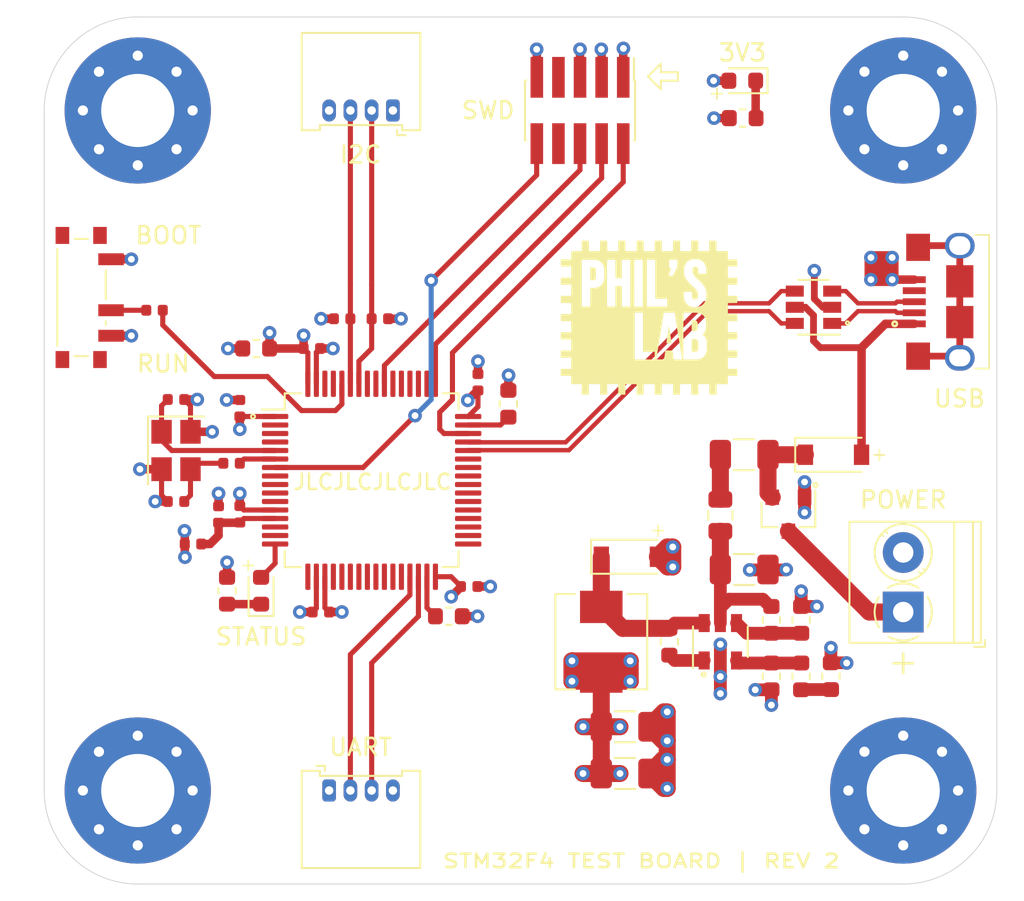
<source format=kicad_pcb>
(kicad_pcb (version 20211014) (generator pcbnew)
  (layers (0 "F.Cu" signal) (1 "In1.Cu" power) (2 "In2.Cu" power) (31 "B.Cu" signal) (34 "B.Paste" user) (35 "F.Paste" user) (36 "B.SilkS" user "B.Silkscreen") (37 "F.SilkS" user "F.Silkscreen") (38 "B.Mask" user) (39 "F.Mask" user) (44 "Edge.Cuts" user))
  (net 0 "")
  (net 1 "BUCK_IN")
  (net 2 "GND")
  (net 3 "+3V3")
  (net 4 "BUCK_SW")
  (net 5 "BUCK_BST")
  (net 6 "+3.3VA")
  (net 7 "Net-(C13-Pad1)")
  (net 8 "Net-(C14-Pad1)")
  (net 9 "HSE_IN")
  (net 10 "Net-(C16-Pad1)")
  (net 11 "+5V")
  (net 12 "Net-(D1-Pad1)")
  (net 13 "Net-(D3-Pad1)")
  (net 14 "Net-(D4-Pad1)")
  (net 15 "LED_STATUS")
  (net 16 "Net-(F1-Pad1)")
  (net 17 "+12V")
  (net 18 "SWDIO")
  (net 19 "SWCLK")
  (net 20 "SWO")
  (net 21 "Net-(J2-Pad7)")
  (net 22 "Net-(J2-Pad8)")
  (net 23 "NRST")
  (net 24 "I2C1_SDA")
  (net 25 "I2C1_SCL")
  (net 26 "USART3_TX")
  (net 27 "USART3_RX")
  (net 28 "USB_CONN_D-")
  (net 29 "USB_CONN_D+")
  (net 30 "Net-(J5-Pad4)")
  (net 31 "Net-(J5-Pad6)")
  (net 32 "BUCK_EN")
  (net 33 "BUCK_FB")
  (net 34 "Net-(R4-Pad2)")
  (net 35 "BOOT0")
  (net 36 "Net-(R7-Pad1)")
  (net 37 "HSE_OUT")
  (net 38 "Net-(U2-Pad2)")
  (net 39 "Net-(U2-Pad3)")
  (net 40 "Net-(U2-Pad4)")
  (net 41 "Net-(U2-Pad8)")
  (net 42 "Net-(U2-Pad9)")
  (net 43 "Net-(U2-Pad10)")
  (net 44 "Net-(U2-Pad11)")
  (net 45 "Net-(U2-Pad14)")
  (net 46 "Net-(U2-Pad15)")
  (net 47 "Net-(U2-Pad17)")
  (net 48 "Net-(U2-Pad20)")
  (net 49 "Net-(U2-Pad21)")
  (net 50 "Net-(U2-Pad22)")
  (net 51 "Net-(U2-Pad23)")
  (net 52 "Net-(U2-Pad24)")
  (net 53 "Net-(U2-Pad25)")
  (net 54 "Net-(U2-Pad26)")
  (net 55 "Net-(U2-Pad27)")
  (net 56 "Net-(U2-Pad28)")
  (net 57 "Net-(U2-Pad33)")
  (net 58 "Net-(U2-Pad34)")
  (net 59 "Net-(U2-Pad35)")
  (net 60 "Net-(U2-Pad36)")
  (net 61 "Net-(U2-Pad37)")
  (net 62 "Net-(U2-Pad38)")
  (net 63 "Net-(U2-Pad39)")
  (net 64 "Net-(U2-Pad40)")
  (net 65 "Net-(U2-Pad41)")
  (net 66 "Net-(U2-Pad42)")
  (net 67 "Net-(U2-Pad43)")
  (net 68 "USB_D-")
  (net 69 "USB_D+")
  (net 70 "Net-(U2-Pad50)")
  (net 71 "Net-(U2-Pad51)")
  (net 72 "Net-(U2-Pad52)")
  (net 73 "Net-(U2-Pad53)")
  (net 74 "Net-(U2-Pad54)")
  (net 75 "Net-(U2-Pad56)")
  (net 76 "Net-(U2-Pad57)")
  (net 77 "Net-(U2-Pad61)")
  (net 78 "Net-(U2-Pad62)")
  (footprint "Capacitor_SMD:C_1206_3216Metric" (layer "F.Cu") (at 71.9 68)
    (fp_text reference "C1")
    (fp_text value "10u")
  )
  (footprint "Capacitor_SMD:C_1206_3216Metric" (layer "F.Cu") (at 64.9 77.25)
    (fp_text reference "C2")
    (fp_text value "10u")
  )
  (footprint "Capacitor_SMD:C_1206_3216Metric" (layer "F.Cu") (at 64.9 80)
    (fp_text reference "C3")
    (fp_text value "10u")
  )
  (footprint "Capacitor_SMD:C_0603_1608Metric" (layer "F.Cu") (at 67.5 72.25 -90)
    (fp_text reference "C4")
    (fp_text value "10n")
  )
  (footprint "Capacitor_SMD:C_0603_1608Metric" (layer "F.Cu") (at 43.2125 55 180)
    (fp_text reference "C5")
    (fp_text value "4u7")
  )
  (footprint "Capacitor_SMD:C_0402_1005Metric" (layer "F.Cu") (at 42.25 58.515 90)
    (fp_text reference "C6")
    (fp_text value "100n")
  )
  (footprint "Capacitor_SMD:C_0402_1005Metric" (layer "F.Cu") (at 47.015 70.5 180)
    (fp_text reference "C7")
    (fp_text value "100n")
  )
  (footprint "Capacitor_SMD:C_0402_1005Metric" (layer "F.Cu") (at 55.735 69)
    (fp_text reference "C8")
    (fp_text value "100n")
  )
  (footprint "Capacitor_SMD:C_0402_1005Metric" (layer "F.Cu") (at 56.25 56.985 90)
    (fp_text reference "C9")
    (fp_text value "100n")
  )
  (footprint "Capacitor_SMD:C_0402_1005Metric" (layer "F.Cu") (at 46.485 55)
    (fp_text reference "C10")
    (fp_text value "100n")
  )
  (footprint "Capacitor_SMD:C_0402_1005Metric" (layer "F.Cu") (at 41 64.765 90)
    (fp_text reference "C11")
    (fp_text value "1u")
  )
  (footprint "Capacitor_SMD:C_0402_1005Metric" (layer "F.Cu") (at 42.25 64.75 90)
    (fp_text reference "C12")
    (fp_text value "10n")
  )
  (footprint "Capacitor_SMD:C_0603_1608Metric" (layer "F.Cu") (at 54.5375 70.75)
    (fp_text reference "C13")
    (fp_text value "2u2")
  )
  (footprint "Capacitor_SMD:C_0603_1608Metric" (layer "F.Cu") (at 58.0375 58.25 90)
    (fp_text reference "C14")
    (fp_text value "2u2")
  )
  (footprint "Capacitor_SMD:C_0402_1005Metric" (layer "F.Cu") (at 38.5 58)
    (fp_text reference "C15")
    (fp_text value "12p")
  )
  (footprint "Capacitor_SMD:C_0402_1005Metric" (layer "F.Cu") (at 38.5 64 180)
    (fp_text reference "C16")
    (fp_text value "12p")
  )
  (footprint "Diode_SMD:D_SOD-123" (layer "F.Cu") (at 77.15 61.25)
    (fp_text reference "D1")
    (fp_text value "B5819W")
  )
  (footprint "Diode_SMD:D_SOD-123" (layer "F.Cu") (at 65.15 67.25)
    (fp_text reference "D2")
    (fp_text value "B5819W")
  )
  (footprint "LED_SMD:LED_0603_1608Metric" (layer "F.Cu") (at 71.7875 39.25 180)
    (fp_text reference "D3")
    (fp_text value "RED")
  )
  (footprint "LED_SMD:LED_0603_1608Metric" (layer "F.Cu") (at 43.5 69.25 90)
    (fp_text reference "D4")
    (fp_text value "BLUE")
  )
  (footprint "Fuse:Fuse_1206_3216Metric" (layer "F.Cu") (at 71.9 61.25)
    (fp_text reference "F1")
    (fp_text value "250mA")
  )
  (footprint "Inductor_SMD:L_0805_2012Metric" (layer "F.Cu") (at 70.5 64.8125 90)
    (fp_text reference "FB1")
    (fp_text value "600 @ 600MHz")
  )
  (footprint "MountingHole:MountingHole_4.3mm_M4_Pad_Via" (layer "F.Cu") (at 81.25 41)
    (fp_text reference "H1")
    (fp_text value "MountingHole_Pad")
  )
  (footprint "MountingHole:MountingHole_4.3mm_M4_Pad_Via" (layer "F.Cu") (at 36.25 81)
    (fp_text reference "H3")
    (fp_text value "MountingHole_Pad")
  )
  (footprint "MountingHole:MountingHole_4.3mm_M4_Pad_Via" (layer "F.Cu") (at 36.25 41)
    (fp_text reference "H4")
    (fp_text value "MountingHole_Pad")
  )
  (footprint "TerminalBlock_Phoenix:TerminalBlock_Phoenix_PT-1,5-2-3.5-H_1x02_P3.50mm_Horizontal" (layer "F.Cu") (at 81.25 70.5 90)
    (fp_text reference "J1")
    (fp_text value "Screw_Terminal_01x02")
  )
  (footprint "Connector_PinHeader_1.27mm:PinHeader_2x05_P1.27mm_Vertical_SMD" (layer "F.Cu") (at 62.25 41 -90)
    (fp_text reference "J2")
    (fp_text value "SWD")
  )
  (footprint "Connector_Molex:Molex_PicoBlade_53048-0410_1x04_P1.25mm_Horizontal" (layer "F.Cu") (at 51.25 41 180)
    (fp_text reference "J3")
    (fp_text value "Conn_01x04")
  )
  (footprint "Connector_Molex:Molex_PicoBlade_53048-0410_1x04_P1.25mm_Horizontal" (layer "F.Cu") (at 47.5 81)
    (fp_text reference "J4")
    (fp_text value "Conn_01x04")
  )
  (footprint "SchmillipKiCADLibrary:USB_MICRO_B_101181930001LF" (layer "F.Cu") (at 84.5 52.25 90)
    (fp_text reference "J5")
    (fp_text value "USB_B_Micro" hide)
  )
  (footprint "Inductor_SMD:L_Sunlord_MWSA0518_5.4x5.2mm" (layer "F.Cu") (at 63.5 72.25 -90)
    (fp_text reference "L1")
    (fp_text value "10u")
  )
  (footprint "Inductor_SMD:L_0402_1005Metric" (layer "F.Cu") (at 39.5 66.5)
    (fp_text reference "L2")
    (fp_text value "39n")
  )
  (footprint "Package_TO_SOT_SMD:SOT-23" (layer "F.Cu") (at 74.5 64.75 -90)
    (fp_text reference "Q1")
    (fp_text value "AO3401A")
  )
  (footprint "Resistor_SMD:R_0603_1608Metric" (layer "F.Cu") (at 73.5 70.9625 -90)
    (fp_text reference "R1")
    (fp_text value "100k")
  )
  (footprint "Resistor_SMD:R_0603_1608Metric" (layer "F.Cu") (at 75.25 70.9625 90)
    (fp_text reference "R2")
    (fp_text value "68k")
  )
  (footprint "Resistor_SMD:R_0603_1608Metric" (layer "F.Cu") (at 73.5 74.2875 90)
    (fp_text reference "R3")
    (fp_text value "47k")
  )
  (footprint "Resistor_SMD:R_0603_1608Metric" (layer "F.Cu") (at 75.25 74.2875 -90)
    (fp_text reference "R4")
    (fp_text value "15k")
  )
  (footprint "Resistor_SMD:R_0603_1608Metric" (layer "F.Cu") (at 77 74.275 90)
    (fp_text reference "R5")
    (fp_text value "270")
  )
  (footprint "Resistor_SMD:R_0603_1608Metric" (layer "F.Cu") (at 71.8125 41.45)
    (fp_text reference "R6")
    (fp_text value "1k")
  )
  (footprint "Resistor_SMD:R_0402_1005Metric" (layer "F.Cu") (at 37.235 52.75)
    (fp_text reference "R7")
    (fp_text value "10k")
  )
  (footprint "Resistor_SMD:R_0402_1005Metric" (layer "F.Cu") (at 41.765 61.75 180)
    (fp_text reference "R8")
    (fp_text value "47")
  )
  (footprint "Resistor_SMD:R_0603_1608Metric" (layer "F.Cu") (at 41.5 69.25 -90)
    (fp_text reference "R9")
    (fp_text value "1k5")
  )
  (footprint "Resistor_SMD:R_0402_1005Metric" (layer "F.Cu") (at 50.485 53.25 180)
    (fp_text reference "R10")
    (fp_text value "2k2")
  )
  (footprint "Resistor_SMD:R_0402_1005Metric" (layer "F.Cu") (at 48.265 53.25)
    (fp_text reference "R11")
    (fp_text value "2k2")
  )
  (footprint "Button_Switch_SMD:SW_SPDT_PCM12" (layer "F.Cu") (at 33.25 52 -90)
    (fp_text reference "SW1")
    (fp_text value "SW_SPDT")
  )
  (footprint "Package_TO_SOT_SMD:SOT-23-6" (layer "F.Cu") (at 70.5 72.25 90)
    (fp_text reference "U1")
    (fp_text value "MP2359DJ-LF-Z")
  )
  (footprint "Package_QFP:LQFP-64_10x10mm_P0.5mm" (layer "F.Cu") (at 50 62.75)
    (fp_text reference "U2")
    (fp_text value "STM32F405RGT6")
  )
  (footprint "Package_TO_SOT_SMD:SOT-23-6" (layer "F.Cu") (at 75.975 52.575 180)
    (fp_text reference "U3")
    (fp_text value "USBLC6-2SC6")
  )
  (footprint "Crystal:Crystal_SMD_3225-4Pin_3.2x2.5mm" (layer "F.Cu") (at 38.5 61 -90)
    (fp_text reference "Y1")
    (fp_text value "16MHz")
  )
  (footprint "MountingHole:MountingHole_4.3mm_M4_Pad_Via" (layer "F.Cu") (at 81.25 81)
    (fp_text reference "H2")
    (fp_text value "MountingHole_Pad")
  )
  (footprint "SchmillipKiCADLibrary:Silk_PhilsLabIC" (layer "F.Cu") (at 66.4 53.15)
    (fp_text reference "G***" hide)
    (fp_text value "LOGO" hide)
  )
  (footprint "SchmillipKiCADLibrary:JLCPCB_MountingHole_1.152mm" (layer "F.Cu") (at 42.5 41)
    (fp_text reference "REF**")
    (fp_text value "MountingHole_1.152mm")
  )
  (footprint "SchmillipKiCADLibrary:JLCPCB_MountingHole_1.152mm" (layer "F.Cu") (at 75.25 41)
    (fp_text reference "REF**")
    (fp_text value "MountingHole_1.152mm")
  )
  (footprint "SchmillipKiCADLibrary:JLCPCB_MountingHole_1.152mm" (layer "F.Cu") (at 75.25 81)
    (fp_text reference "REF**")
    (fp_text value "MountingHole_1.152mm")
  )
  (gr_line (start 68 39.25) (end 67 39.25) (layer "F.SilkS") (width 0.12))
  (gr_line (start 67 38.75) (end 68 38.75) (layer "F.SilkS") (width 0.12))
  (gr_line (start 67 39.25) (end 67 39.75) (layer "F.SilkS") (width 0.12))
  (gr_line (start 67 39.75) (end 66.25 39) (layer "F.SilkS") (width 0.12))
  (gr_line (start 67 38.25) (end 67 38.75) (layer "F.SilkS") (width 0.12))
  (gr_line (start 66.25 39) (end 67 38.25) (layer "F.SilkS") (width 0.12))
  (gr_line (start 68 38.75) (end 68 39.25) (layer "F.SilkS") (width 0.12))
  (gr_circle (center 77.975 53.5) (end 78 53.525) (layer "F.SilkS") (width 0.12) (fill none))
  (gr_circle (center 69.525 74.175) (end 69.55 74.225) (layer "F.SilkS") (width 0.12) (fill none))
  (gr_circle (center 43.025 59) (end 43.05 59.05) (layer "F.SilkS") (width 0.12) (fill none))
  (gr_circle (center 76.1 63.025) (end 76.125 63.075) (layer "F.SilkS") (width 0.12) (fill none))
  (gr_arc (start 86.75 81) (mid 85.139087 84.889087) (end 81.25 86.5) (layer "Edge.Cuts") (width 0.05))
  (gr_arc (start 30.75 41) (mid 32.360913 37.110913) (end 36.25 35.5) (layer "Edge.Cuts") (width 0.05))
  (gr_line (start 86.75 41) (end 86.75 81) (layer "Edge.Cuts") (width 0.05))
  (gr_line (start 81.25 86.5) (end 36.25 86.5) (layer "Edge.Cuts") (width 0.05))
  (gr_arc (start 36.25 86.5) (mid 32.360913 84.889087) (end 30.75 81) (layer "Edge.Cuts") (width 0.05))
  (gr_arc (start 81.25 35.5) (mid 85.139087 37.110913) (end 86.75 41) (layer "Edge.Cuts") (width 0.05))
  (gr_line (start 30.75 81) (end 30.75 41) (layer "Edge.Cuts") (width 0.05))
  (gr_line (start 36.25 35.5) (end 81.25 35.5) (layer "Edge.Cuts") (width 0.05))
  (gr_text "UART" (at 49.35 78.45) (layer "F.SilkS") (effects (font (size 1 1))))
  (gr_text "USB" (at 84.55 57.95) (layer "F.SilkS") (effects (font (size 1 1))))
  (gr_text "POWER" (at 81.25 63.9) (layer "F.SilkS") (effects (font (size 1 1))))
  (gr_text "BOOT" (at 38.05 48.35) (layer "F.SilkS") (effects (font (size 1 1))))
  (gr_text "SWD" (at 56.85 41) (layer "F.SilkS") (effects (font (size 1 1))))
  (gr_text "3V3" (at 71.8 37.6) (layer "F.SilkS") (effects (font (size 1 1))))
  (gr_text "STATUS" (at 43.5 71.95) (layer "F.SilkS") (effects (font (size 1 1))))
  (gr_text "+" (at 66.85 65.65) (layer "F.SilkS") (effects (font (size 0.8 0.8) (thickness 0.1))))
  (gr_text "+" (at 81.25 73.4) (layer "F.SilkS") (effects (font (size 1.5 1.5))))
  (gr_text "+" (at 42.75 67.7) (layer "F.SilkS") (effects (font (size 0.8 0.8) (thickness 0.1))))
  (gr_text "+" (at 70.3 39.95) (layer "F.SilkS") (effects (font (size 0.8 0.8) (thickness 0.1))))
  (gr_text "RUN" (at 37.75 55.9) (layer "F.SilkS") (effects (font (size 1 1))))
  (gr_text "STM32F4 TEST BOARD | REV 2" (at 65.85 85.15) (layer "F.SilkS") (effects (font (size 0.8 1))))
  (gr_text "+" (at 79.85 61.2) (layer "F.SilkS") (effects (font (size 0.8 0.8) (thickness 0.1))))
  (gr_text "JLCJLCJLCJLC" (at 50.05 62.85) (layer "F.SilkS") (effects (font (size 0.9 0.9))))
  (gr_text "I2C" (at 49.35 43.6) (layer "F.SilkS") (effects (font (size 1 1))))
  (segment (start 73.425 70.175) (end 73 69.75) (width 0.75) (layer "F.Cu") (net 1))
  (segment (start 73.5 70.175) (end 73.425 70.175) (width 0.75) (layer "F.Cu") (net 1))
  (segment (start 70.5 70.25) (end 70.5 68) (width 0.75) (layer "F.Cu") (net 1))
  (segment (start 71 69.75) (end 70.5 70.25) (width 0.75) (layer "F.Cu") (net 1))
  (segment (start 70.5 65.75) (end 70.5 68) (width 1) (layer "F.Cu") (net 1))
  (segment (start 73 69.75) (end 71 69.75) (width 0.75) (layer "F.Cu") (net 1))
  (segment (start 70.5 71.15) (end 70.5 70.25) (width 0.75) (layer "F.Cu") (net 1))
  (segment (start 67.175 76.375) (end 66.3 77.25) (width 1) (layer "F.Cu") (net 2))
  (segment (start 62.25 39.05) (end 62.25 37.4) (width 0.5) (layer "F.Cu") (net 2))
  (segment (start 37.65 62.1) (end 37.65 63.635) (width 0.3) (layer "F.Cu") (net 2))
  (segment (start 75.45 62.85) (end 75.45 64.65) (width 0.75) (layer "F.Cu") (net 2))
  (segment (start 67.375 78.075) (end 67.125 78.075) (width 1) (layer "F.Cu") (net 2))
  (segment (start 42.25 58.03) (end 41.48 58.03) (width 0.5) (layer "F.Cu") (net 2))
  (segment (start 81.9 50.95) (end 80.6 50.95) (width 0.5) (layer "F.Cu") (net 2))
  (segment (start 46.75 68.425) (end 46.75 70.28) (width 0.3) (layer "F.Cu") (net 2))
  (segment (start 39.35 59.9) (end 39.35 58.365) (width 0.3) (layer "F.Cu") (net 2))
  (segment (start 67.375 79.175) (end 67.375 80.875) (width 1) (layer "F.Cu") (net 2))
  (segment (start 67.7 66.675) (end 67.375 66.675) (width 1) (layer "F.Cu") (net 2))
  (segment (start 67.7 67.85) (end 67.4 67.85) (width 1) (layer "F.Cu") (net 2))
  (segment (start 44.325 64.5) (end 42.485 64.5) (width 0.3) (layer "F.Cu") (net 2))
  (segment (start 41.5 68.4625) (end 41.5 67.575) (width 0.5) (layer "F.Cu") (net 2))
  (segment (start 63.52 39.05) (end 63.52 37.42) (width 0.5) (layer "F.Cu") (net 2))
  (segment (start 77.9125 73.4875) (end 77.925 73.5) (width 0.75) (layer "F.Cu") (net 2))
  (segment (start 72.225 68.025) (end 74.35 68.025) (width 0.75) (layer "F.Cu") (net 2))
  (segment (start 70.5 72.4) (end 70.5 75.3) (width 0.75) (layer "F.Cu") (net 2))
  (segment (start 42.425 55) (end 41.55 55) (width 0.5) (layer "F.Cu") (net 2))
  (segment (start 71.025 41.45) (end 70.125 41.45) (width 0.5) (layer "F.Cu") (net 2))
  (segment (start 63.52 37.42) (end 63.5 37.4) (width 0.5) (layer "F.Cu") (net 2))
  (segment (start 56.25 56.5) (end 56.25 55.75) (width 0.5) (layer "F.Cu") (net 2))
  (segment (start 76.025 52.075) (end 76.025 50.425) (width 0.4) (layer "F.Cu") (net 2))
  (segment (start 67.375 76.375) (end 67.175 76.375) (width 1) (layer "F.Cu") (net 2))
  (segment (start 79.35 50.9) (end 80.6 49.65) (width 0.75) (layer "F.Cu") (net 2))
  (segment (start 59.71 37.41) (end 59.7 37.4) (width 0.5) (layer "F.Cu") (net 2))
  (segment (start 58.0375 56.5875) (end 58.05 56.575) (width 0.5) (layer "F.Cu") (net 2))
  (segment (start 74.35 68.025) (end 74.375 68) (width 0.75) (layer "F.Cu") (net 2))
  (segment (start 46.75 70.28) (end 46.53 70.5) (width 0.3) (layer "F.Cu") (net 2))
  (segment (start 46.53 70.5) (end 45.775 70.5) (width 0.5) (layer "F.Cu") (net 2))
  (segment (start 67.375 78.075) (end 67.375 79.175) (width 1) (layer "F.Cu") (net 2))
  (segment (start 59.71 39.05) (end 59.71 37.41) (width 0.5) (layer "F.Cu") (net 2))
  (segment (start 67.175 80.875) (end 66.3 80) (width 1) (layer "F.Cu") (net 2))
  (segment (start 67.375 76.375) (end 67.375 78.075) (width 1) (layer "F.Cu") (net 2))
  (segment (start 77.075 52.575) (end 76.525 52.575) (width 0.4) (layer "F.Cu") (net 2))
  (segment (start 67.7 66.675) (end 67.7 67.85) (width 1) (layer "F.Cu") (net 2))
  (segment (start 67.375 66.675) (end 66.8 67.25) (width 1) (layer "F.Cu") (net 2))
  (segment (start 80.6 49.65) (end 80.6 50.95) (width 0.75) (layer "F.Cu") (net 2))
  (segment (start 42.485 64.5) (end 42.25 64.265) (width 0.3) (layer "F.Cu") (net 2))
  (segment (start 79.35 49.65) (end 79.35 50.95) (width 0.75) (layer "F.Cu") (net 2))
  (segment (start 80.6 50.95) (end 79.35 50.95) (width 0.75) (layer "F.Cu") (net 2))
  (segment (start 39.35 58.365) (end 38.985 58) (width 0.3) (layer "F.Cu") (net 2))
  (segment (start 67.125 78.075) (end 66.3 77.25) (width 1) (layer "F.Cu") (net 2))
  (segment (start 40.625 59.9) (end 39.35 59.9) (width 0.5) (layer "F.Cu") (net 2))
  (segment (start 67.375 79.175) (end 67.125 79.175) (width 1) (layer "F.Cu") (net 2))
  (segment (start 77 73.4875) (end 77 72.6) (width 0.75) (layer "F.Cu") (net 2))
  (segment (start 38.015 64) (end 37.275 64) (width 0.5) (layer "F.Cu") (net 2))
  (segment (start 46.97 55) (end 47.725 55) (width 0.5) (layer "F.Cu") (net 2))
  (segment (start 37.65 63.635) (end 38.015 64) (width 0.3) (layer "F.Cu") (net 2))
  (segment (start 41.48 58.03) (end 41.475 58.025) (width 0.5) (layer "F.Cu") (net 2))
  (segment (start 55.325 70.75) (end 56.225 70.75) (width 0.5) (layer "F.Cu") (net 2))
  (segment (start 46.75 55.22) (end 46.97 55) (width 0.3) (layer "F.Cu") (net 2))
  (segment (start 75.25 70.175) (end 76.175 70.175) (width 0.75) (layer "F.Cu") (net 2))
  (segment (start 37.65 62.1) (end 36.375 62.1) (width 0.5) (layer "F.Cu") (net 2))
  (segment (start 56.22 69) (end 56.975 69) (width 0.5) (layer "F.Cu") (net 2))
  (segment (start 75.25 70.175) (end 75.25 69.275) (width 0.75) (layer "F.Cu") (net 2))
  (segment (start 41 64.28) (end 41 63.525) (width 0.5) (layer "F.Cu") (net 2))
  (segment (start 67.375 80.875) (end 67.175 80.875) (width 1) (layer "F.Cu") (net 2))
  (segment (start 77 73.4875) (end 77.9125 73.4875) (width 0.75) (layer "F.Cu") (net 2))
  (segment (start 79.35 50.95) (end 79.35 50.9) (width 0.75) (layer "F.Cu") (net 2))
  (segment (start 46.75 57.075) (end 46.75 55.22) (width 0.3) (layer "F.Cu") (net 2))
  (segment (start 67.125 79.175) (end 66.3 80) (width 1) (layer "F.Cu") (net 2))
  (segment (start 35.875 54.25) (end 34.68 54.25) (width 0.5) (layer "F.Cu") (net 2))
  (segment (start 76.525 52.575) (end 76.025 52.075) (width 0.4) (layer "F.Cu") (net 2))
  (segment (start 42.25 64.265) (end 42.25 63.525) (width 0.5) (layer "F.Cu") (net 2))
  (segment (start 67.4 67.85) (end 66.8 67.25) (width 1) (layer "F.Cu") (net 2))
  (segment (start 58.0375 57.4625) (end 58.0375 56.5875) (width 0.5) (layer "F.Cu") (net 2))
  (segment (start 79.35 49.65) (end 80.6 49.65) (width 0.75) (layer "F.Cu") (net 2))
  (segment (start 39.75 58) (end 38.985 58) (width 0.5) (layer "F.Cu") (net 2))
  (via (at 35.875 54.25) (size 0.8) (drill 0.4) (layers "F.Cu" "B.Cu") (net 2))
  (via (at 47.725 55) (size 0.8) (drill 0.4) (layers "F.Cu" "B.Cu") (net 2))
  (via (at 39.75 58) (size 0.8) (drill 0.4) (layers "F.Cu" "B.Cu") (net 2))
  (via (at 37.275 64) (size 0.8) (drill 0.4) (layers "F.Cu" "B.Cu") (net 2))
  (via (at 41 63.525) (size 0.8) (drill 0.4) (layers "F.Cu" "B.Cu") (net 2))
  (via (at 42.25 63.525) (size 0.8) (drill 0.4) (layers "F.Cu" "B.Cu") (net 2))
  (via (at 41.5 67.575) (size 0.8) (drill 0.4) (layers "F.Cu" "B.Cu") (net 2))
  (via (at 45.775 70.5) (size 0.8) (drill 0.4) (layers "F.Cu" "B.Cu") (net 2))
  (via (at 56.225 70.75) (size 0.8) (drill 0.4) (layers "F.Cu" "B.Cu") (net 2))
  (via (at 56.975 69) (size 0.8) (drill 0.4) (layers "F.Cu" "B.Cu") (net 2))
  (via (at 56.25 55.75) (size 0.8) (drill 0.4) (layers "F.Cu" "B.Cu") (net 2))
  (via (at 58.05 56.575) (size 0.8) (drill 0.4) (layers "F.Cu" "B.Cu") (net 2))
  (via (at 70.125 41.45) (size 0.8) (drill 0.4) (layers "F.Cu" "B.Cu") (net 2))
  (via (at 80.6 50.95) (size 0.8) (drill 0.4) (layers "F.Cu" "B.Cu") (net 2))
  (via (at 79.35 50.95) (size 0.8) (drill 0.4) (layers "F.Cu" "B.Cu") (net 2))
  (via (at 79.35 49.65) (size 0.8) (drill 0.4) (layers "F.Cu" "B.Cu") (net 2))
  (via (at 80.6 49.65) (size 0.8) (drill 0.4) (layers "F.Cu" "B.Cu") (net 2))
  (via (at 67.7 66.675) (size 0.8) (drill 0.4) (layers "F.Cu" "B.Cu") (net 2))
  (via (at 67.7 67.85) (size 0.8) (drill 0.4) (layers "F.Cu" "B.Cu") (net 2))
  (via (at 72.225 68.025) (size 0.8) (drill 0.4) (layers "F.Cu" "B.Cu") (net 2))
  (via (at 74.375 68) (size 0.8) (drill 0.4) (layers "F.Cu" "B.Cu") (net 2))
  (via (at 75.45 62.85) (size 0.8) (drill 0.4) (layers "F.Cu" "B.Cu") (net 2))
  (via (at 75.45 64.65) (size 0.8) (drill 0.4) (layers "F.Cu" "B.Cu") (net 2))
  (via (at 77 72.6) (size 0.8) (drill 0.4) (layers "F.Cu" "B.Cu") (net 2))
  (via (at 77.925 73.5) (size 0.8) (drill 0.4) (layers "F.Cu" "B.Cu") (net 2))
  (via (at 76.175 70.175) (size 0.8) (drill 0.4) (layers "F.Cu" "B.Cu") (net 2))
  (via (at 75.25 69.275) (size 0.8) (drill 0.4) (layers "F.Cu" "B.Cu") (net 2))
  (via (at 67.375 76.375) (size 0.8) (drill 0.4) (layers "F.Cu" "B.Cu") (net 2))
  (via (at 67.375 78.075) (size 0.8) (drill 0.4) (layers "F.Cu" "B.Cu") (net 2))
  (via (at 67.375 79.175) (size 0.8) (drill 0.4) (layers "F.Cu" "B.Cu") (net 2))
  (via (at 67.375 80.875) (size 0.8) (drill 0.4) (layers "F.Cu" "B.Cu") (net 2))
  (via (at 70.5 74.3) (size 0.8) (drill 0.4) (layers "F.Cu" "B.Cu") (net 2))
  (via (at 70.5 75.3) (size 0.8) (drill 0.4) (layers "F.Cu" "B.Cu") (net 2))
  (via (at 70.5 72.4) (size 0.8) (drill 0.4) (layers "F.Cu" "B.Cu") (net 2))
  (via (at 41.475 58.025) (size 0.8) (drill 0.4) (layers "F.Cu" "B.Cu") (net 2))
  (via (at 40.625 59.9) (size 0.8) (drill 0.4) (layers "F.Cu" "B.Cu") (net 2))
  (via (at 36.375 62.1) (size 0.8) (drill 0.4) (layers "F.Cu" "B.Cu") (net 2))
  (via (at 63.5 37.4) (size 0.8) (drill 0.4) (layers "F.Cu" "B.Cu") (net 2))
  (via (at 62.25 37.4) (size 0.8) (drill 0.4) (layers "F.Cu" "B.Cu") (net 2))
  (via (at 59.7 37.4) (size 0.8) (drill 0.4) (layers "F.Cu" "B.Cu") (net 2))
  (via (at 76.025 50.425) (size 0.8) (drill 0.4) (layers "F.Cu" "B.Cu") (net 2))
  (via (at 41.55 55) (size 0.8) (drill 0.4) (layers "F.Cu" "B.Cu") (net 2))
  (segment (start 46.25 57.075) (end 46.25 55.25) (width 0.3) (layer "F.Cu") (net 3))
  (segment (start 46 55) (end 46 54.225) (width 0.5) (layer "F.Cu") (net 3))
  (segment (start 47.25 70.25) (end 47.5 70.5) (width 0.3) (layer "F.Cu") (net 3))
  (segment (start 63.5 74.3) (end 63.5 80) (width 1) (layer "F.Cu") (net 3))
  (segment (start 56.25 58.425) (end 55.675 59) (width 0.3) (layer "F.Cu") (net 3))
  (segment (start 56.23 57.47) (end 55.65 58.05) (width 0.5) (layer "F.Cu") (net 3))
  (segment (start 44.325 59) (end 42.25 59) (width 0.3) (layer "F.Cu") (net 3))
  (segment (start 62.05 74.3) (end 61.775 74.575) (width 1) (layer "F.Cu") (net 3))
  (segment (start 54.675 68.425) (end 55.25 69) (width 0.3) (layer "F.Cu") (net 3))
  (segment (start 47.25 68.425) (end 47.25 70.25) (width 0.3) (layer "F.Cu") (net 3))
  (segment (start 34.68 49.75) (end 35.875 49.75) (width 0.5) (layer "F.Cu") (net 3))
  (segment (start 61.775 74.575) (end 65.2 74.575) (width 1) (layer "F.Cu") (net 3))
  (segment (start 47.5 70.5) (end 48.25 70.5) (width 0.5) (layer "F.Cu") (net 3))
  (segment (start 62.425 80) (end 64.6 80) (width 1) (layer "F.Cu") (net 3))
  (segment (start 63.5 74.3) (end 64.275 74.3) (width 1) (layer "F.Cu") (net 3))
  (segment (start 64.79 37.36) (end 64.8 37.35) (width 0.5) (layer "F.Cu") (net 3))
  (segment (start 63.5 74.3) (end 62.7 74.3) (width 1) (layer "F.Cu") (net 3))
  (segment (start 63.5 74.3) (end 62.05 74.3) (width 1) (layer "F.Cu") (net 3))
  (segment (start 39.015 65.74) (end 39 65.725) (width 0.5) (layer "F.Cu") (net 3))
  (segment (start 56.25 57.47) (end 56.25 58.425) (width 0.3) (layer "F.Cu") (net 3))
  (segment (start 47.78 53.25) (end 47.025 53.25) (width 0.5) (layer "F.Cu") (net 3))
  (segment (start 46 55) (end 44 55) (width 0.5) (layer "F.Cu") (net 3))
  (segment (start 62.7 74.3) (end 61.775 73.375) (width 1) (layer "F.Cu") (net 3))
  (segment (start 61.775 73.375) (end 65.2 73.375) (width 1) (layer "F.Cu") (net 3))
  (segment (start 39.015 66.5) (end 39.015 65.74) (width 0.5) (layer "F.Cu") (net 3))
  (segment (start 42.25 59) (end 42.25 59.75) (width 0.5) (layer "F.Cu") (net 3))
  (segment (start 62.425 77.25) (end 64.6 77.25) (width 1) (layer "F.Cu") (net 3))
  (segment (start 64.79 39.05) (end 64.79 37.36) (width 0.5) (layer "F.Cu") (net 3))
  (segment (start 61.775 73.375) (end 61.775 74.575) (width 1) (layer "F.Cu") (net 3))
  (segment (start 73.5 75.075) (end 72.55 75.075) (width 0.75) (layer "F.Cu") (net 3))
  (segment (start 73.5 75.075) (end 73.5 75.975) (width 0.75) (layer "F.Cu") (net 3))
  (segment (start 64.925 74.3) (end 65.2 74.575) (width 1) (layer "F.Cu") (net 3))
  (segment (start 64.275 74.3) (end 65.2 73.375) (width 1) (layer "F.Cu") (net 3))
  (segment (start 55.25 69.025) (end 54.675 69.6) (width 0.5) (layer "F.Cu") (net 3))
  (segment (start 63.5 74.3) (end 64.925 74.3) (width 1) (layer "F.Cu") (net 3))
  (segment (start 44 55) (end 44 54.075) (width 0.5) (layer "F.Cu") (net 3))
  (segment (start 65.2 73.375) (end 65.2 74.575) (width 1) (layer "F.Cu") (net 3))
  (segment (start 39.015 67.265) (end 39.025 67.275) (width 0.5) (layer "F.Cu") (net 3))
  (segment (start 71 39.25) (end 70.1 39.25) (width 0.5) (layer "F.Cu") (net 3))
  (segment (start 55.25 69) (end 55.25 69.025) (width 0.5) (layer "F.Cu") (net 3))
  (segment (start 50.97 53.25) (end 51.725 53.25) (width 0.5) (layer "F.Cu") (net 3))
  (segment (start 46.25 55.25) (end 46 55) (width 0.3) (layer "F.Cu") (net 3))
  (segment (start 56.25 57.47) (end 56.23 57.47) (width 0.5) (layer "F.Cu") (net 3))
  (segment (start 53.75 68.425) (end 54.675 68.425) (width 0.3) (layer "F.Cu") (net 3))
  (segment (start 39.015 66.5) (end 39.015 67.265) (width 0.5) (layer "F.Cu") (net 3))
  (via (at 47.025 53.25) (size 0.8) (drill 0.4) (layers "F.Cu" "B.Cu") (net 3))
  (via (at 44 54.075) (size 0.8) (drill 0.4) (layers "F.Cu" "B.Cu") (net 3))
  (via (at 35.875 49.75) (size 0.8) (drill 0.4) (layers "F.Cu" "B.Cu") (net 3))
  (via (at 70.1 39.25) (size 0.8) (drill 0.4) (layers "F.Cu" "B.Cu") (net 3))
  (via (at 54.675 69.6) (size 0.8) (drill 0.4) (layers "F.Cu" "B.Cu") (net 3))
  (via (at 48.25 70.5) (size 0.8) (drill 0.4) (layers "F.Cu" "B.Cu") (net 3))
  (via (at 39 65.725) (size 0.8) (drill 0.4) (layers "F.Cu" "B.Cu") (net 3))
  (via (at 39.025 67.275) (size 0.8) (drill 0.4) (layers "F.Cu" "B.Cu") (net 3))
  (via (at 42.25 59.75) (size 0.8) (drill 0.4) (layers "F.Cu" "B.Cu") (net 3))
  (via (at 46 54.225) (size 0.8) (drill 0.4) (layers "F.Cu" "B.Cu") (net 3))
  (via (at 61.775 74.575) (size 0.8) (drill 0.4) (layers "F.Cu" "B.Cu") (net 3))
  (via (at 61.775 73.375) (size 0.8) (drill 0.4) (layers "F.Cu" "B.Cu") (net 3))
  (via (at 65.2 73.375) (size 0.8) (drill 0.4) (layers "F.Cu" "B.Cu") (net 3))
  (via (at 65.2 74.575) (size 0.8) (drill 0.4) (layers "F.Cu" "B.Cu") (net 3))
  (via (at 62.425 77.25) (size 0.8) (drill 0.4) (layers "F.Cu" "B.Cu") (net 3))
  (via (at 64.6 77.25) (size 0.8) (drill 0.4) (layers "F.Cu" "B.Cu") (net 3))
  (via (at 62.425 80) (size 0.8) (drill 0.4) (layers "F.Cu" "B.Cu") (net 3))
  (via (at 64.6 80) (size 0.8) (drill 0.4) (layers "F.Cu" "B.Cu") (net 3))
  (via (at 72.55 75.075) (size 0.8) (drill 0.4) (layers "F.Cu" "B.Cu") (net 3))
  (via (at 73.5 75.975) (size 0.8) (drill 0.4) (layers "F.Cu" "B.Cu") (net 3))
  (via (at 55.65 58.05) (size 0.8) (drill 0.4) (layers "F.Cu" "B.Cu") (net 3))
  (via (at 64.8 37.35) (size 0.8) (drill 0.4) (layers "F.Cu" "B.Cu") (net 3))
  (via (at 51.725 53.25) (size 0.8) (drill 0.4) (layers "F.Cu" "B.Cu") (net 3))
  (segment (start 67.8125 71.15) (end 67.5 71.4625) (width 0.75) (layer "F.Cu") (net 4))
  (segment (start 63.5 70.2) (end 63.5 67.25) (width 1) (layer "F.Cu") (net 4))
  (segment (start 64.7625 71.4625) (end 63.5 70.2) (width 1) (layer "F.Cu") (net 4))
  (segment (start 67.5 71.4625) (end 64.7625 71.4625) (width 1) (layer "F.Cu") (net 4))
  (segment (start 69.55 71.15) (end 67.8125 71.15) (width 0.75) (layer "F.Cu") (net 4))
  (segment (start 67.8125 73.35) (end 67.5 73.0375) (width 0.75) (layer "F.Cu") (net 5))
  (segment (start 69.55 73.35) (end 67.8125 73.35) (width 0.75) (layer "F.Cu") (net 5))
  (segment (start 41 66) (end 41 65.25) (width 0.5) (layer "F.Cu") (net 6))
  (segment (start 42.235 65.25) (end 42.25 65.235) (width 0.5) (layer "F.Cu") (net 6))
  (segment (start 39.985 66.5) (end 40.5 66.5) (width 0.5) (layer "F.Cu") (net 6))
  (segment (start 44.325 65) (end 42.485 65) (width 0.3) (layer "F.Cu") (net 6))
  (segment (start 42.485 65) (end 42.25 65.235) (width 0.3) (layer "F.Cu") (net 6))
  (segment (start 40.5 66.5) (end 41 66) (width 0.5) (layer "F.Cu") (net 6))
  (segment (start 41 65.25) (end 42.235 65.25) (width 0.5) (layer "F.Cu") (net 6))
  (segment (start 53.25 68.425) (end 53.25 70.25) (width 0.3) (layer "F.Cu") (net 7))
  (segment (start 53.25 70.25) (end 53.75 70.75) (width 0.3) (layer "F.Cu") (net 7))
  (segment (start 55.675 59.5) (end 57.575 59.5) (width 0.3) (layer "F.Cu") (net 8))
  (segment (start 57.575 59.5) (end 58.0375 59.0375) (width 0.3) (layer "F.Cu") (net 8))
  (segment (start 37.65 60.4) (end 37.65 59.9) (width 0.3) (layer "F.Cu") (net 9))
  (segment (start 38.25 61) (end 37.65 60.4) (width 0.3) (layer "F.Cu") (net 9))
  (segment (start 44.325 61) (end 38.25 61) (width 0.3) (layer "F.Cu") (net 9))
  (segment (start 37.65 58.365) (end 38.015 58) (width 0.3) (layer "F.Cu") (net 9))
  (segment (start 37.65 59.9) (end 37.65 58.365) (width 0.3) (layer "F.Cu") (net 9))
  (segment (start 41.28 61.75) (end 39.7 61.75) (width 0.3) (layer "F.Cu") (net 10))
  (segment (start 39.7 61.75) (end 39.35 62.1) (width 0.3) (layer "F.Cu") (net 10))
  (segment (start 39.35 62.1) (end 39.35 63.635) (width 0.3) (layer "F.Cu") (net 10))
  (segment (start 39.35 63.635) (end 38.985 64) (width 0.3) (layer "F.Cu") (net 10))
  (segment (start 75.975 54.55) (end 75.975 53.049998) (width 0.4) (layer "F.Cu") (net 11))
  (segment (start 78.8 54.95) (end 78.8 61.25) (width 0.5) (layer "F.Cu") (net 11))
  (segment (start 76.375 54.95) (end 75.975 54.55) (width 0.4) (layer "F.Cu") (net 11))
  (segment (start 80.2 53.55) (end 78.8 54.95) (width 0.5) (layer "F.Cu") (net 11))
  (segment (start 75.500002 52.575) (end 74.875 52.575) (width 0.4) (layer "F.Cu") (net 11))
  (segment (start 78.8 54.95) (end 76.375 54.95) (width 0.4) (layer "F.Cu") (net 11))
  (segment (start 81.9 53.55) (end 80.2 53.55) (width 0.5) (layer "F.Cu") (net 11))
  (segment (start 75.975 53.049998) (end 75.500002 52.575) (width 0.4) (layer "F.Cu") (net 11))
  (segment (start 73.3 61.25) (end 75.5 61.25) (width 1) (layer "F.Cu") (net 12))
  (segment (start 73.3 63.5) (end 73.55 63.75) (width 1) (layer "F.Cu") (net 12))
  (segment (start 73.3 61.25) (end 73.3 63.5) (width 1) (layer "F.Cu") (net 12))
  (segment (start 72.575 39.25) (end 72.575 41.425) (width 0.5) (layer "F.Cu") (net 13))
  (segment (start 72.575 41.425) (end 72.6 41.45) (width 0.5) (layer "F.Cu") (net 13))
  (segment (start 43.5 70.0375) (end 41.5 70.0375) (width 0.5) (layer "F.Cu") (net 14))
  (segment (start 44.325 66.5) (end 44.325 67.6375) (width 0.3) (layer "F.Cu") (net 15))
  (segment (start 44.325 67.6375) (end 43.5 68.4625) (width 0.3) (layer "F.Cu") (net 15))
  (segment (start 70.5 61.25) (end 70.5 63.875) (width 1) (layer "F.Cu") (net 16))
  (segment (start 81.25 70.5) (end 79.25 70.5) (width 1) (layer "F.Cu") (net 17))
  (segment (start 79.25 70.5) (end 74.5 65.75) (width 1) (layer "F.Cu") (net 17))
  (segment (start 64.79 45.21) (end 64.79 42.95) (width 0.3) (layer "F.Cu") (net 18))
  (segment (start 54.75 58) (end 54.75 55.25) (width 0.3) (layer "F.Cu") (net 18))
  (segment (start 54 58.75) (end 54.75 58) (width 0.3) (layer "F.Cu") (net 18))
  (segment (start 54 59.75) (end 54 58.75) (width 0.3) (layer "F.Cu") (net 18))
  (segment (start 55.675 60) (end 54.25 60) (width 0.3) (layer "F.Cu") (net 18))
  (segment (start 54.75 55.25) (end 64.79 45.21) (width 0.3) (layer "F.Cu") (net 18))
  (segment (start 54.25 60) (end 54 59.75) (width 0.3) (layer "F.Cu") (net 18))
  (segment (start 53.75 57.075) (end 53.75 54.75) (width 0.3) (layer "F.Cu") (net 19))
  (segment (start 63.52 44.98) (end 63.52 42.95) (width 0.3) (layer "F.Cu") (net 19))
  (segment (start 53.75 54.75) (end 63.52 44.98) (width 0.3) (layer "F.Cu") (net 19))
  (segment (start 62.25 44.5) (end 62.25 42.95) (width 0.3) (layer "F.Cu") (net 20))
  (segment (start 50.75 56) (end 62.25 44.5) (width 0.3) (layer "F.Cu") (net 20))
  (segment (start 50.75 57.075) (end 50.75 56) (width 0.3) (layer "F.Cu") (net 20))
  (segment (start 59.7 44.8) (end 59.7 42.96) (width 0.3) (layer "F.Cu") (net 23))
  (segment (start 49.5 62) (end 52.55 58.95) (width 0.3) (layer "F.Cu") (net 23))
  (segment (start 44.325 62) (end 49.5 62) (width 0.3) (layer "F.Cu") (net 23))
  (segment (start 59.7 42.96) (end 59.71 42.95) (width 0.3) (layer "F.Cu") (net 23))
  (segment (start 53.5 51) (end 59.7 44.8) (width 0.3) (layer "F.Cu") (net 23))
  (via (at 53.5 51) (size 0.8) (drill 0.4) (layers "F.Cu" "B.Cu") (net 23))
  (via (at 52.55 58.95) (size 0.8) (drill 0.4) (layers "F.Cu" "B.Cu") (net 23))
  (segment (start 52.55 58.95) (end 53.5 58) (width 0.3) (layer "B.Cu") (net 23))
  (segment (start 53.5 58) (end 53.5 51) (width 0.3) (layer "B.Cu") (net 23))
  (segment (start 48.75 57.075) (end 48.75 53.25) (width 0.3) (layer "F.Cu") (net 24))
  (segment (start 48.75 51.25) (end 48.75 41) (width 0.3) (layer "F.Cu") (net 24))
  (segment (start 48.75 51.25) (end 48.75 53.25) (width 0.3) (layer "F.Cu") (net 24))
  (segment (start 49.25 57.075) (end 49.25 55.75) (width 0.3) (layer "F.Cu") (net 25))
  (segment (start 50 55) (end 50 53.25) (width 0.3) (layer "F.Cu") (net 25))
  (segment (start 50 51.25) (end 50 53.25) (width 0.3) (layer "F.Cu") (net 25))
  (segment (start 49.25 55.75) (end 50 55) (width 0.3) (layer "F.Cu") (net 25))
  (segment (start 50 51.25) (end 50 41) (width 0.3) (layer "F.Cu") (net 25))
  (segment (start 52.25 68.425) (end 52.25 69.5) (width 0.3) (layer "F.Cu") (net 26))
  (segment (start 48.75 73) (end 48.75 81) (width 0.3) (layer "F.Cu") (net 26))
  (segment (start 52.25 69.5) (end 48.75 73) (width 0.3) (layer "F.Cu") (net 26))
  (segment (start 52.75 68.425) (end 52.75 70.75) (width 0.3) (layer "F.Cu") (net 27))
  (segment (start 50 73.5) (end 50 81) (width 0.3) (layer "F.Cu") (net 27))
  (segment (start 52.75 70.75) (end 50 73.5) (width 0.3) (layer "F.Cu") (net 27))
  (segment (start 78.587845 52.807156) (end 77.870001 53.525) (width 0.261112) (layer "F.Cu") (net 28))
  (segment (start 81.9 52.9) (end 80.887499 52.9) (width 0.261112) (layer "F.Cu") (net 28))
  (segment (start 80.794655 52.807156) (end 78.587845 52.807156) (width 0.261112) (layer "F.Cu") (net 28))
  (segment (start 80.887499 52.9) (end 80.794655 52.807156) (width 0.261112) (layer "F.Cu") (net 28))
  (segment (start 77.870001 53.525) (end 77.075 53.525) (width 0.261112) (layer "F.Cu") (net 28))
  (segment (start 80.794655 52.342844) (end 78.587845 52.342844) (width 0.261112) (layer "F.Cu") (net 29))
  (segment (start 78.587845 52.342844) (end 77.870001 51.625) (width 0.261112) (layer "F.Cu") (net 29))
  (segment (start 80.887499 52.25) (end 80.794655 52.342844) (width 0.261112) (layer "F.Cu") (net 29))
  (segment (start 77.870001 51.625) (end 77.075 51.625) (width 0.261112) (layer "F.Cu") (net 29))
  (segment (start 81.9 52.25) (end 80.887499 52.25) (width 0.261112) (layer "F.Cu") (net 29))
  (segment (start 84.575 55.55) (end 84.575 48.95) (width 0.4) (layer "F.Cu") (net 31))
  (segment (start 82.225 48.95) (end 82.125 49.05) (width 0.4) (layer "F.Cu") (net 31))
  (segment (start 82.125 55.45) (end 84.475 55.45) (width 0.4) (layer "F.Cu") (net 31))
  (segment (start 84.575 48.95) (end 82.225 48.95) (width 0.4) (layer "F.Cu") (net 31))
  (segment (start 84.475 55.45) (end 84.575 55.55) (width 0.4) (layer "F.Cu") (net 31))
  (segment (start 75.25 71.75) (end 72.05 71.75) (width 0.75) (layer "F.Cu") (net 32))
  (segment (start 72.05 71.75) (end 71.45 71.15) (width 0.75) (layer "F.Cu") (net 32))
  (segment (start 75.25 73.5) (end 73.5 73.5) (width 0.75) (layer "F.Cu") (net 33))
  (segment (start 71.6 73.5) (end 71.45 73.35) (width 0.75) (layer "F.Cu") (net 33))
  (segment (start 73.5 73.5) (end 71.6 73.5) (width 0.75) (layer "F.Cu") (net 33))
  (segment (start 75.2625 75.0625) (end 75.25 75.075) (width 0.75) (layer "F.Cu") (net 34))
  (segment (start 77 75.0625) (end 75.2625 75.0625) (width 0.75) (layer "F.Cu") (net 34))
  (segment (start 37.72 53.62) (end 37.72 52.75) (width 0.3) (layer "F.Cu") (net 35))
  (segment (start 40.75 56.65) (end 37.72 53.62) (width 0.3) (layer "F.Cu") (net 35))
  (segment (start 47.875 58.65) (end 45.875 58.65) (width 0.3) (layer "F.Cu") (net 35))
  (segment (start 48.25 57.075) (end 48.25 58.275) (width 0.3) (layer "F.Cu") (net 35))
  (segment (start 43.875 56.65) (end 40.75 56.65) (width 0.3) (layer "F.Cu") (net 35))
  (segment (start 48.25 58.275) (end 47.875 58.65) (width 0.3) (layer "F.Cu") (net 35))
  (segment (start 45.875 58.65) (end 43.875 56.65) (width 0.3) (layer "F.Cu") (net 35))
  (segment (start 36.75 52.75) (end 34.68 52.75) (width 0.3) (layer "F.Cu") (net 36))
  (segment (start 42.5 61.5) (end 42.25 61.75) (width 0.3) (layer "F.Cu") (net 37))
  (segment (start 44.325 61.5) (end 42.5 61.5) (width 0.3) (layer "F.Cu") (net 37))
  (segment (start 55.692844 60.982156) (end 61.596164 60.982156) (width 0.261112) (layer "F.Cu") (net 68))
  (segment (start 74.079999 53.525) (end 74.875 53.525) (width 0.261112) (layer "F.Cu") (net 68))
  (segment (start 73.362155 52.807156) (end 74.079999 53.525) (width 0.261112) (layer "F.Cu") (net 68))
  (segment (start 55.675 61) (end 55.692844 60.982156) (width 0.261112) (layer "F.Cu") (net 68))
  (segment (start 61.596164 60.982156) (end 69.771164 52.807156) (width 0.261112) (layer "F.Cu") (net 68))
  (segment (start 69.771164 52.807156) (end 73.362155 52.807156) (width 0.261112) (layer "F.Cu") (net 68))
  (segment (start 69.578836 52.342844) (end 73.362155 52.342844) (width 0.261112) (layer "F.Cu") (net 69))
  (segment (start 61.403836 60.517844) (end 69.578836 52.342844) (width 0.261112) (layer "F.Cu") (net 69))
  (segment (start 73.362155 52.342844) (end 74.079999 51.625) (width 0.261112) (layer "F.Cu") (net 69))
  (segment (start 74.079999 51.625) (end 74.875 51.625) (width 0.261112) (layer "F.Cu") (net 69))
  (segment (start 55.692844 60.517844) (end 61.403836 60.517844) (width 0.261112) (layer "F.Cu") (net 69))
  (segment (start 55.675 60.5) (end 55.692844 60.517844) (width 0.261112) (layer "F.Cu") (net 69))
)
</source>
